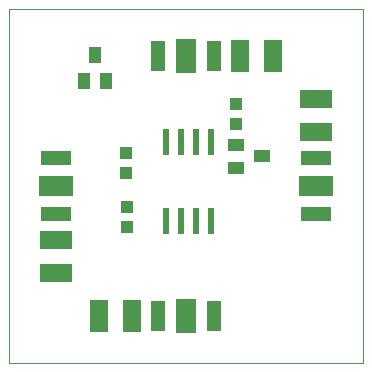
<source format=gtp>
G75*
G70*
%OFA0B0*%
%FSLAX24Y24*%
%IPPOS*%
%LPD*%
%AMOC8*
5,1,8,0,0,1.08239X$1,22.5*
%
%ADD10C,0.0000*%
%ADD11R,0.0433X0.0394*%
%ADD12R,0.0551X0.0394*%
%ADD13R,0.0240X0.0870*%
%ADD14R,0.0394X0.0551*%
%ADD15R,0.0472X0.0984*%
%ADD16R,0.0709X0.1181*%
%ADD17R,0.0630X0.1063*%
%ADD18R,0.0984X0.0472*%
%ADD19R,0.1181X0.0709*%
%ADD20R,0.1063X0.0630*%
D10*
X000101Y000726D02*
X000101Y012537D01*
X011912Y012537D01*
X011912Y000726D01*
X000101Y000726D01*
D11*
X004043Y005256D03*
X004043Y005926D03*
X004018Y007063D03*
X004018Y007732D03*
X007659Y008703D03*
X007659Y009373D03*
D12*
X007676Y007995D03*
X007676Y007247D03*
X008543Y007621D03*
D13*
X006835Y008109D03*
X006335Y008109D03*
X005835Y008109D03*
X005335Y008109D03*
X005335Y005459D03*
X005835Y005459D03*
X006335Y005459D03*
X006835Y005459D03*
D14*
X003339Y010134D03*
X002591Y010134D03*
X002965Y011000D03*
D15*
X005061Y010962D03*
X006951Y010962D03*
X006951Y002300D03*
X005061Y002300D03*
D16*
X006006Y002300D03*
X006006Y010962D03*
D17*
X007817Y010962D03*
X008920Y010962D03*
X004195Y002300D03*
X003093Y002300D03*
D18*
X001676Y005686D03*
X001676Y007576D03*
X010337Y007576D03*
X010337Y005686D03*
D19*
X010337Y006631D03*
X001676Y006631D03*
D20*
X001676Y004820D03*
X001676Y003718D03*
X010337Y008442D03*
X010337Y009545D03*
M02*

</source>
